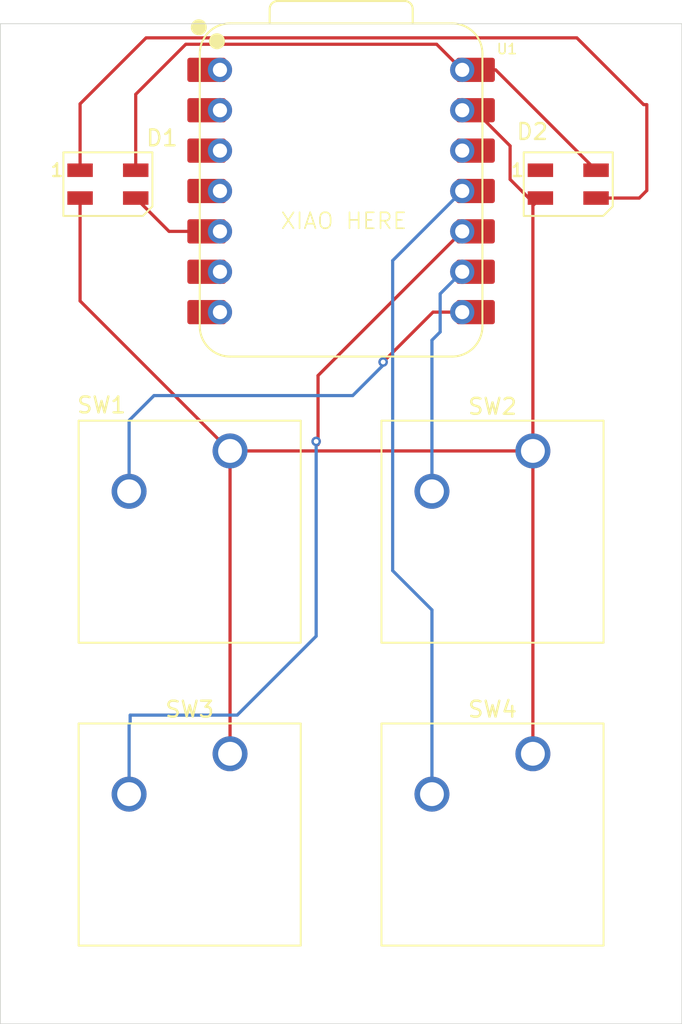
<source format=kicad_pcb>
(kicad_pcb (version 20241229) (generator "pcbnew") (generator_version "9.0")
  (layers (0 "F.Cu" signal) (2 "B.Cu" signal) (13 "F.Paste" user) (15 "B.Paste" user) (5 "F.SilkS" user "F.Silkscreen") (7 "B.SilkS" user "B.Silkscreen") (1 "F.Mask" user) (3 "B.Mask" user) (25 "Edge.Cuts" user))
  (net 0 "")
  (net 1 "Net-(D1-DIN)")
  (net 2 "Net-(D1-DOUT)")
  (net 3 "GND")
  (net 4 "+5V")
  (net 6 "Net-(U1-GPIO1{slash}RX)")
  (net 7 "Net-(U1-GPIO2{slash}SCK)")
  (net 8 "Net-(U1-GPIO4{slash}MISO)")
  (net 9 "Net-(U1-GPIO3{slash}MOSI)")
  (footprint "Button_Switch_Keyboard:SW_Cherry_MX_1.00u_PCB" (layer "F.Cu") (at 123.98375 75.8825)
    (property "Reference" "SW1" (at -8.08375 -2.8825 0) (layer "F.SilkS"))
    (property "Value" "SW_Push")
    (fp_line (start -9.525 -1.905) (end 4.445 -1.905) (stroke (width 0.12)) (layer "F.SilkS"))
    (fp_line (start -9.525 12.065) (end -9.525 -1.905) (stroke (width 0.12)) (layer "F.SilkS"))
    (fp_line (start 4.445 -1.905) (end 4.445 12.065) (stroke (width 0.12)) (layer "F.SilkS"))
    (fp_line (start 4.445 12.065) (end -9.525 12.065) (stroke (width 0.12)) (layer "F.SilkS"))
    (pad "" np_thru_hole circle (at -7.62 5.08) (size 1.7 1.7) (drill 1.7) (layers "*.Cu" "*.Mask"))
    (pad "" np_thru_hole circle (at -2.54 5.08) (size 4 4) (drill 4) (layers "*.Cu" "*.Mask"))
    (pad "" np_thru_hole circle (at 2.54 5.08) (size 1.7 1.7) (drill 1.7) (layers "*.Cu" "*.Mask"))
    (pad "1" thru_hole circle (at 0 0) (size 2.2 2.2) (drill 1.5) (layers "*.Cu" "*.Mask") (net 3 "GND"))
    (pad "2" thru_hole circle (at -6.35 2.54) (size 2.2 2.2) (drill 1.5) (layers "*.Cu" "*.Mask") (net 6 "Net-(U1-GPIO1{slash}RX)"))
  )
  (footprint "opl:XIAO-RP2040-DIP" (layer "F.Cu") (at 130.96875 59.53125)
    (property "Reference" "U1" (at 10.43125 -8.93125 0) (layer "F.SilkS") (effects (font (size 0.635 0.635) (thickness 0.1016))))
    (property "Value" "XIAO-RP2040-DIP")
    (fp_line (start -8.89 8.509) (end -8.89 -8.636) (stroke (width 0.127)) (layer "F.SilkS"))
    (fp_line (start -6.985 10.414) (end 6.985 10.414) (stroke (width 0.127)) (layer "F.SilkS"))
    (fp_line (start -4.495 -10.541) (end -4.491272 -11.451272) (stroke (width 0.127)) (layer "F.SilkS"))
    (fp_line (start -3.991272 -11.951) (end 4.004 -11.951) (stroke (width 0.127)) (layer "F.SilkS"))
    (fp_line (start 4.504 -11.451) (end 4.504 -10.541) (stroke (width 0.127)) (layer "F.SilkS"))
    (fp_line (start 6.985 -10.541) (end -6.985 -10.541) (stroke (width 0.1)) (layer "F.SilkS"))
    (fp_line (start 6.985 -10.541) (end -6.985 -10.541) (stroke (width 0.127)) (layer "F.SilkS"))
    (fp_line (start 8.89 8.509) (end 8.89 -8.636) (stroke (width 0.127)) (layer "F.SilkS"))
    (fp_arc (start -8.89 -8.636) (mid -8.332038 -9.983038) (end -6.985 -10.541) (stroke (width 0.127)) (layer "F.SilkS"))
    (fp_arc (start -6.985 10.414) (mid -8.332038 9.856038) (end -8.89 8.509) (stroke (width 0.127)) (layer "F.SilkS"))
    (fp_arc (start -4.491272 -11.451272) (mid -4.344728 -11.80464) (end -3.991272 -11.951) (stroke (width 0.127)) (layer "F.SilkS"))
    (fp_arc (start 4.004 -11.951) (mid 4.357553 -11.804553) (end 4.504 -11.451) (stroke (width 0.127)) (layer "F.SilkS"))
    (fp_arc (start 6.985 -10.541) (mid 8.332038 -9.983038) (end 8.89 -8.636) (stroke (width 0.127)) (layer "F.SilkS"))
    (fp_arc (start 8.89 8.509) (mid 8.332038 9.856038) (end 6.985 10.414) (stroke (width 0.127)) (layer "F.SilkS"))
    (fp_circle (center -8.95 -10.3) (end -8.95 -10.554) (stroke (width 0.5)) (fill yes) (layer "F.SilkS"))
    (fp_circle (center -7.807 -9.42) (end -7.807 -9.674) (stroke (width 0.5)) (fill yes) (layer "F.SilkS"))
    (pad "1" smd roundrect (at -8.455 -7.62 180) (size 2.432 1.524) (layers "F.Cu" "F.Mask") (roundrect_rratio 0.1))
    (pad "1" thru_hole circle (at -7.62 -7.62 180) (size 1.524 1.524) (drill 0.889) (layers "*.Cu" "*.Mask"))
    (pad "2" smd roundrect (at -8.455 -5.08 180) (size 2.432 1.524) (layers "F.Cu" "F.Mask") (roundrect_rratio 0.1))
    (pad "2" thru_hole circle (at -7.62 -5.08 180) (size 1.524 1.524) (drill 0.889) (layers "*.Cu" "*.Mask"))
    (pad "3" smd roundrect (at -8.455 -2.54 180) (size 2.432 1.524) (layers "F.Cu" "F.Mask") (roundrect_rratio 0.1))
    (pad "3" thru_hole circle (at -7.62 -2.54 180) (size 1.524 1.524) (drill 0.889) (layers "*.Cu" "*.Mask"))
    (pad "4" smd roundrect (at -8.455 0 180) (size 2.432 1.524) (layers "F.Cu" "F.Mask") (roundrect_rratio 0.1))
    (pad "4" thru_hole circle (at -7.62 0 180) (size 1.524 1.524) (drill 0.889) (layers "*.Cu" "*.Mask"))
    (pad "5" smd roundrect (at -8.455 2.54 180) (size 2.432 1.524) (layers "F.Cu" "F.Mask") (roundrect_rratio 0.1) (net 1 "Net-(D1-DIN)"))
    (pad "5" thru_hole circle (at -7.62 2.54 180) (size 1.524 1.524) (drill 0.889) (layers "*.Cu" "*.Mask") (net 1 "Net-(D1-DIN)"))
    (pad "6" smd roundrect (at -8.455 5.08 180) (size 2.432 1.524) (layers "F.Cu" "F.Mask") (roundrect_rratio 0.1))
    (pad "6" thru_hole circle (at -7.62 5.08 180) (size 1.524 1.524) (drill 0.889) (layers "*.Cu" "*.Mask"))
    (pad "7" smd roundrect (at -8.455 7.62 180) (size 2.432 1.524) (layers "F.Cu" "F.Mask") (roundrect_rratio 0.1))
    (pad "7" thru_hole circle (at -7.62 7.62 180) (size 1.524 1.524) (drill 0.889) (layers "*.Cu" "*.Mask"))
    (pad "8" thru_hole circle (at 7.62 7.62) (size 1.524 1.524) (drill 0.889) (layers "*.Cu" "*.Mask") (net 6 "Net-(U1-GPIO1{slash}RX)"))
    (pad "8" smd roundrect (at 8.455 7.62) (size 2.432 1.524) (layers "F.Cu" "F.Mask") (roundrect_rratio 0.1) (net 6 "Net-(U1-GPIO1{slash}RX)"))
    (pad "9" thru_hole circle (at 7.62 5.08) (size 1.524 1.524) (drill 0.889) (layers "*.Cu" "*.Mask") (net 7 "Net-(U1-GPIO2{slash}SCK)"))
    (pad "9" smd roundrect (at 8.455 5.08) (size 2.432 1.524) (layers "F.Cu" "F.Mask") (roundrect_rratio 0.1) (net 7 "Net-(U1-GPIO2{slash}SCK)"))
    (pad "10" thru_hole circle (at 7.62 2.54) (size 1.524 1.524) (drill 0.889) (layers "*.Cu" "*.Mask") (net 8 "Net-(U1-GPIO4{slash}MISO)"))
    (pad "10" smd roundrect (at 8.455 2.54) (size 2.432 1.524) (layers "F.Cu" "F.Mask") (roundrect_rratio 0.1) (net 8 "Net-(U1-GPIO4{slash}MISO)"))
    (pad "11" thru_hole circle (at 7.62 0) (size 1.524 1.524) (drill 0.889) (layers "*.Cu" "*.Mask") (net 9 "Net-(U1-GPIO3{slash}MOSI)"))
    (pad "11" smd roundrect (at 8.455 0) (size 2.432 1.524) (layers "F.Cu" "F.Mask") (roundrect_rratio 0.1) (net 9 "Net-(U1-GPIO3{slash}MOSI)"))
    (pad "12" thru_hole circle (at 7.62 -2.54) (size 1.524 1.524) (drill 0.889) (layers "*.Cu" "*.Mask"))
    (pad "12" smd roundrect (at 8.455 -2.54) (size 2.432 1.524) (layers "F.Cu" "F.Mask") (roundrect_rratio 0.1))
    (pad "13" thru_hole circle (at 7.62 -5.08) (size 1.524 1.524) (drill 0.889) (layers "*.Cu" "*.Mask") (net 3 "GND"))
    (pad "13" smd roundrect (at 8.455 -5.08) (size 2.432 1.524) (layers "F.Cu" "F.Mask") (roundrect_rratio 0.1) (net 3 "GND"))
    (pad "14" thru_hole circle (at 7.62 -7.62) (size 1.524 1.524) (drill 0.889) (layers "*.Cu" "*.Mask") (net 4 "+5V"))
    (pad "14" smd roundrect (at 8.455 -7.62) (size 2.432 1.524) (layers "F.Cu" "F.Mask") (roundrect_rratio 0.1) (net 4 "+5V"))
  )
  (footprint "LED_SMD:LED_SK6812MINI_PLCC4_3.5x3.5mm_P1.75mm" (layer "F.Cu") (at 116.3 59.1)
    (property "Reference" "D1" (at 3.4 -2.9 0) (layer "F.SilkS"))
    (property "Value" "SK6812MINI")
    (fp_line (start -2.8 -2) (end -2.8 2) (stroke (width 0.12)) (layer "F.SilkS"))
    (fp_line (start -2.8 -2) (end 2.8 -2) (stroke (width 0.12)) (layer "F.SilkS"))
    (fp_line (start -2.8 2) (end 2.2 2) (stroke (width 0.12)) (layer "F.SilkS"))
    (fp_line (start 2.8 1.4) (end 2.2 2) (stroke (width 0.12)) (layer "F.SilkS"))
    (fp_line (start 2.8 1.4) (end 2.8 -2) (stroke (width 0.12)) (layer "F.SilkS"))
    (fp_text user "1" (at -3.2 -0.875 0) (layer "F.SilkS") (effects (font (size 0.8 0.8))))
    (pad "1" smd rect (at -1.75 -0.875) (size 1.6 0.85) (layers "F.Cu" "F.Mask" "F.Paste") (net 2 "Net-(D1-DOUT)"))
    (pad "2" smd rect (at -1.75 0.875) (size 1.6 0.85) (layers "F.Cu" "F.Mask" "F.Paste") (net 3 "GND"))
    (pad "3" smd rect (at 1.75 0.875) (size 1.6 0.85) (layers "F.Cu" "F.Mask" "F.Paste") (net 1 "Net-(D1-DIN)"))
    (pad "4" smd rect (at 1.75 -0.875) (size 1.6 0.85) (layers "F.Cu" "F.Mask" "F.Paste") (net 4 "+5V"))
  )
  (footprint "LED_SMD:LED_SK6812MINI_PLCC4_3.5x3.5mm_P1.75mm" (layer "F.Cu") (at 145.25625 59.1)
    (property "Reference" "D2" (at -2.25625 -3.3 0) (layer "F.SilkS"))
    (property "Value" "SK6812MINI")
    (fp_line (start -2.8 -2) (end -2.8 2) (stroke (width 0.12)) (layer "F.SilkS"))
    (fp_line (start -2.8 -2) (end 2.8 -2) (stroke (width 0.12)) (layer "F.SilkS"))
    (fp_line (start -2.8 2) (end 2.2 2) (stroke (width 0.12)) (layer "F.SilkS"))
    (fp_line (start 2.8 1.4) (end 2.2 2) (stroke (width 0.12)) (layer "F.SilkS"))
    (fp_line (start 2.8 1.4) (end 2.8 -2) (stroke (width 0.12)) (layer "F.SilkS"))
    (fp_text user "1" (at -3.2 -0.875 0) (layer "F.SilkS") (effects (font (size 0.8 0.8))))
    (pad "1" smd rect (at -1.75 -0.875) (size 1.6 0.85) (layers "F.Cu" "F.Mask" "F.Paste"))
    (pad "2" smd rect (at -1.75 0.875) (size 1.6 0.85) (layers "F.Cu" "F.Mask" "F.Paste") (net 3 "GND"))
    (pad "3" smd rect (at 1.75 0.875) (size 1.6 0.85) (layers "F.Cu" "F.Mask" "F.Paste") (net 2 "Net-(D1-DOUT)"))
    (pad "4" smd rect (at 1.75 -0.875) (size 1.6 0.85) (layers "F.Cu" "F.Mask" "F.Paste") (net 4 "+5V"))
  )
  (footprint "Button_Switch_Keyboard:SW_Cherry_MX_1.00u_PCB" (layer "F.Cu") (at 143.03375 75.8825)
    (property "Reference" "SW2" (at -2.54 -2.794 0) (layer "F.SilkS"))
    (property "Value" "SW_Push")
    (fp_line (start -9.525 -1.905) (end 4.445 -1.905) (stroke (width 0.12)) (layer "F.SilkS"))
    (fp_line (start -9.525 12.065) (end -9.525 -1.905) (stroke (width 0.12)) (layer "F.SilkS"))
    (fp_line (start 4.445 -1.905) (end 4.445 12.065) (stroke (width 0.12)) (layer "F.SilkS"))
    (fp_line (start 4.445 12.065) (end -9.525 12.065) (stroke (width 0.12)) (layer "F.SilkS"))
    (pad "" np_thru_hole circle (at -7.62 5.08) (size 1.7 1.7) (drill 1.7) (layers "*.Cu" "*.Mask"))
    (pad "" np_thru_hole circle (at -2.54 5.08) (size 4 4) (drill 4) (layers "*.Cu" "*.Mask"))
    (pad "" np_thru_hole circle (at 2.54 5.08) (size 1.7 1.7) (drill 1.7) (layers "*.Cu" "*.Mask"))
    (pad "1" thru_hole circle (at 0 0) (size 2.2 2.2) (drill 1.5) (layers "*.Cu" "*.Mask") (net 3 "GND"))
    (pad "2" thru_hole circle (at -6.35 2.54) (size 2.2 2.2) (drill 1.5) (layers "*.Cu" "*.Mask") (net 7 "Net-(U1-GPIO2{slash}SCK)"))
  )
  (footprint "Button_Switch_Keyboard:SW_Cherry_MX_1.00u_PCB" (layer "F.Cu") (at 123.98375 94.9325)
    (property "Reference" "SW3" (at -2.54 -2.794 0) (layer "F.SilkS"))
    (property "Value" "SW_Push")
    (fp_line (start -9.525 -1.905) (end 4.445 -1.905) (stroke (width 0.12)) (layer "F.SilkS"))
    (fp_line (start -9.525 12.065) (end -9.525 -1.905) (stroke (width 0.12)) (layer "F.SilkS"))
    (fp_line (start 4.445 -1.905) (end 4.445 12.065) (stroke (width 0.12)) (layer "F.SilkS"))
    (fp_line (start 4.445 12.065) (end -9.525 12.065) (stroke (width 0.12)) (layer "F.SilkS"))
    (pad "" np_thru_hole circle (at -7.62 5.08) (size 1.7 1.7) (drill 1.7) (layers "*.Cu" "*.Mask"))
    (pad "" np_thru_hole circle (at -2.54 5.08) (size 4 4) (drill 4) (layers "*.Cu" "*.Mask"))
    (pad "" np_thru_hole circle (at 2.54 5.08) (size 1.7 1.7) (drill 1.7) (layers "*.Cu" "*.Mask"))
    (pad "1" thru_hole circle (at 0 0) (size 2.2 2.2) (drill 1.5) (layers "*.Cu" "*.Mask") (net 3 "GND"))
    (pad "2" thru_hole circle (at -6.35 2.54) (size 2.2 2.2) (drill 1.5) (layers "*.Cu" "*.Mask") (net 8 "Net-(U1-GPIO4{slash}MISO)"))
  )
  (footprint "Button_Switch_Keyboard:SW_Cherry_MX_1.00u_PCB" (layer "F.Cu") (at 143.03375 94.9325)
    (property "Reference" "SW4" (at -2.54 -2.794 0) (layer "F.SilkS"))
    (property "Value" "SW_Push")
    (fp_line (start -9.525 -1.905) (end 4.445 -1.905) (stroke (width 0.12)) (layer "F.SilkS"))
    (fp_line (start -9.525 12.065) (end -9.525 -1.905) (stroke (width 0.12)) (layer "F.SilkS"))
    (fp_line (start 4.445 -1.905) (end 4.445 12.065) (stroke (width 0.12)) (layer "F.SilkS"))
    (fp_line (start 4.445 12.065) (end -9.525 12.065) (stroke (width 0.12)) (layer "F.SilkS"))
    (pad "" np_thru_hole circle (at -7.62 5.08) (size 1.7 1.7) (drill 1.7) (layers "*.Cu" "*.Mask"))
    (pad "" np_thru_hole circle (at -2.54 5.08) (size 4 4) (drill 4) (layers "*.Cu" "*.Mask"))
    (pad "" np_thru_hole circle (at 2.54 5.08) (size 1.7 1.7) (drill 1.7) (layers "*.Cu" "*.Mask"))
    (pad "1" thru_hole circle (at 0 0) (size 2.2 2.2) (drill 1.5) (layers "*.Cu" "*.Mask") (net 3 "GND"))
    (pad "2" thru_hole circle (at -6.35 2.54) (size 2.2 2.2) (drill 1.5) (layers "*.Cu" "*.Mask") (net 9 "Net-(U1-GPIO3{slash}MOSI)"))
  )
  (gr_rect (start 109.5375 49.00625) (end 152.4 111.91875) (stroke (width 0.05)) (fill no) (layer "Edge.Cuts"))
  (gr_text "XIAO HERE" (at 127.1 62 0) (layer "F.SilkS") (effects (font (size 1 1) (thickness 0.1)) (justify left bottom)))
  (segment (start 123.34875 62.07125) (end 120.14625 62.07125) (width 0.2) (layer "F.Cu") (net 1))
  (segment (start 120.14625 62.07125) (end 118.05 59.975) (width 0.2) (layer "F.Cu") (net 1))
  (segment (start 150.2 54.1) (end 150.2 59.5) (width 0.2) (layer "F.Cu") (net 2))
  (segment (start 114.55 54.05) (end 118.701 49.899) (width 0.2) (layer "F.Cu") (net 2))
  (segment (start 145.799 49.899) (end 150 54.1) (width 0.2) (layer "F.Cu") (net 2))
  (segment (start 118.701 49.899) (end 145.799 49.899) (width 0.2) (layer "F.Cu") (net 2))
  (segment (start 114.55 58.225) (end 114.55 54.05) (width 0.2) (layer "F.Cu") (net 2))
  (segment (start 150 54.1) (end 150.2 54.1) (width 0.2) (layer "F.Cu") (net 2))
  (segment (start 150.2 59.5) (end 149.725 59.975) (width 0.2) (layer "F.Cu") (net 2))
  (segment (start 149.725 59.975) (end 147.00625 59.975) (width 0.2) (layer "F.Cu") (net 2))
  (segment (start 123.98375 75.8825) (end 114.55 66.44875) (width 0.2) (layer "F.Cu") (net 3))
  (segment (start 138.58875 54.45125) (end 139.3575 54.45125) (width 0.2) (layer "F.Cu") (net 3))
  (segment (start 142.775 59.975) (end 143.50625 59.975) (width 0.2) (layer "F.Cu") (net 3))
  (segment (start 139.3575 54.45125) (end 141.6 56.69375) (width 0.2) (layer "F.Cu") (net 3))
  (segment (start 143.03375 75.8825) (end 143.03375 94.9325) (width 0.2) (layer "F.Cu") (net 3))
  (segment (start 114.55 66.44875) (end 114.55 59.975) (width 0.2) (layer "F.Cu") (net 3))
  (segment (start 141.6 58.8) (end 142.775 59.975) (width 0.2) (layer "F.Cu") (net 3))
  (segment (start 141.6 56.69375) (end 141.6 58.8) (width 0.2) (layer "F.Cu") (net 3))
  (segment (start 143.03375 75.8825) (end 143.03375 60.4475) (width 0.2) (layer "F.Cu") (net 3))
  (segment (start 123.98375 75.8825) (end 123.98375 94.9325) (width 0.2) (layer "F.Cu") (net 3))
  (segment (start 123.98375 75.8825) (end 143.03375 75.8825) (width 0.2) (layer "F.Cu") (net 3))
  (segment (start 143.03375 60.4475) (end 143.50625 59.975) (width 0.2) (layer "F.Cu") (net 3))
  (segment (start 136.9775 50.3) (end 121.2 50.3) (width 0.2) (layer "F.Cu") (net 4))
  (segment (start 138.58875 51.91125) (end 140.6925 51.91125) (width 0.2) (layer "F.Cu") (net 4))
  (segment (start 138.58875 51.91125) (end 136.9775 50.3) (width 0.2) (layer "F.Cu") (net 4))
  (segment (start 121.2 50.3) (end 118.05 53.45) (width 0.2) (layer "F.Cu") (net 4))
  (segment (start 140.6925 51.91125) (end 147.00625 58.225) (width 0.2) (layer "F.Cu") (net 4))
  (segment (start 118.05 53.45) (end 118.05 58.225) (width 0.2) (layer "F.Cu") (net 4))
  (segment (start 138.58875 67.15125) (end 136.74975 67.15125) (width 0.2) (layer "F.Cu") (net 6))
  (segment (start 136.74975 67.15125) (end 133.61275 70.28825) (width 0.2) (layer "F.Cu") (net 6))
  (via (at 133.61275 70.28825) (size 0.6) (drill 0.3) (layers "F.Cu" "B.Cu") (net 6))
  (segment (start 119.2 72.4) (end 131.7 72.4) (width 0.2) (layer "B.Cu") (net 6))
  (segment (start 133.61275 70.48725) (end 133.61275 70.28825) (width 0.2) (layer "B.Cu") (net 6))
  (segment (start 117.63375 78.4225) (end 117.63375 73.96625) (width 0.2) (layer "B.Cu") (net 6))
  (segment (start 131.7 72.4) (end 133.61275 70.48725) (width 0.2) (layer "B.Cu") (net 6))
  (segment (start 117.63375 73.96625) (end 119.2 72.4) (width 0.2) (layer "B.Cu") (net 6))
  (segment (start 138.58875 64.61125) (end 137.2 66) (width 0.2) (layer "B.Cu") (net 7))
  (segment (start 136.68375 68.91625) (end 136.68375 78.4225) (width 0.2) (layer "B.Cu") (net 7))
  (segment (start 137.2 66) (end 137.2 68.4) (width 0.2) (layer "B.Cu") (net 7))
  (segment (start 137.2 68.4) (end 136.68375 68.91625) (width 0.2) (layer "B.Cu") (net 7))
  (segment (start 129.5185 71.1415) (end 129.5185 75.4815) (width 0.2) (layer "F.Cu") (net 8))
  (segment (start 138.58875 62.07125) (end 129.5185 71.1415) (width 0.2) (layer "F.Cu") (net 8))
  (segment (start 129.5185 75.401) (end 129.4 75.2825) (width 0.2) (layer "F.Cu") (net 8))
  (segment (start 129.5185 75.4815) (end 129.5185 75.401) (width 0.2) (layer "F.Cu") (net 8))
  (via (at 129.4 75.2825) (size 0.6) (drill 0.3) (layers "F.Cu" "B.Cu") (net 8))
  (segment (start 129.4 75.2825) (end 129.4 87.534936) (width 0.2) (layer "B.Cu") (net 8))
  (segment (start 129.4 87.534936) (end 124.434936 92.5) (width 0.2) (layer "B.Cu") (net 8))
  (segment (start 117.63375 93.06625) (end 117.63375 97.4725) (width 0.2) (layer "B.Cu") (net 8))
  (segment (start 117.7 93) (end 117.63375 93.06625) (width 0.2) (layer "B.Cu") (net 8))
  (segment (start 124.434936 92.5) (end 117.7 92.5) (width 0.2) (layer "B.Cu") (net 8))
  (segment (start 117.7 92.5) (end 117.7 93) (width 0.2) (layer "B.Cu") (net 8))
  (segment (start 136.68375 85.88375) (end 134.21275 83.41275) (width 0.2) (layer "B.Cu") (net 9))
  (segment (start 134.21275 83.41275) (end 134.21275 63.90725) (width 0.2) (layer "B.Cu") (net 9))
  (segment (start 134.21275 63.90725) (end 138.58875 59.53125) (width 0.2) (layer "B.Cu") (net 9))
  (segment (start 136.68375 97.4725) (end 136.68375 85.88375) (width 0.2) (layer "B.Cu") (net 9))
)
</source>
